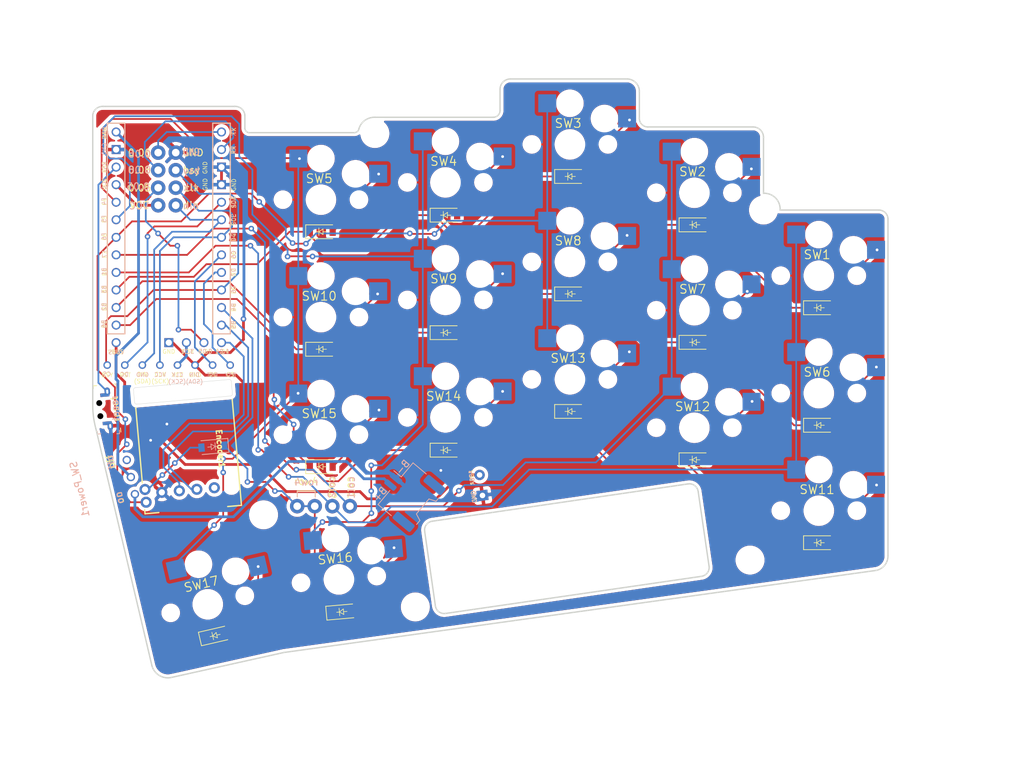
<source format=kicad_pcb>
(kicad_pcb (version 20211014) (generator pcbnew)
  (layers (0 "F.Cu" signal) (31 "B.Cu" signal) (34 "B.Paste" user) (35 "F.Paste" user) (36 "B.SilkS" user "B.Silkscreen") (37 "F.SilkS" user "F.Silkscreen") (38 "B.Mask" user) (39 "F.Mask" user) (44 "Edge.Cuts" user))
  (net 0 "")
  (net 1 "VBat")
  (net 2 "GND")
  (net 3 "row1")
  (net 4 "Net-(D1-Pad2)")
  (net 5 "Net-(D2-Pad2)")
  (net 6 "Net-(D3-Pad2)")
  (net 7 "Net-(D4-Pad2)")
  (net 8 "Net-(D5-Pad2)")
  (net 9 "row2")
  (net 10 "Net-(D6-Pad2)")
  (net 11 "Net-(D7-Pad2)")
  (net 12 "Net-(D8-Pad2)")
  (net 13 "Net-(D9-Pad2)")
  (net 14 "Net-(D10-Pad2)")
  (net 15 "row3")
  (net 16 "Net-(D11-Pad2)")
  (net 17 "Net-(D12-Pad2)")
  (net 18 "Net-(D13-Pad2)")
  (net 19 "Net-(D14-Pad2)")
  (net 20 "Net-(D15-Pad2)")
  (net 21 "row4")
  (net 22 "Net-(D16-Pad2)")
  (net 23 "Net-(D17-Pad2)")
  (net 24 "Net-(D18-Pad2)")
  (net 25 "bsy")
  (net 26 "clk")
  (net 27 "cs")
  (net 28 "dc")
  (net 29 "din")
  (net 30 "rst")
  (net 31 "VCC")
  (net 32 "encoder_a")
  (net 33 "encoder_b")
  (net 34 "col3")
  (net 35 "0.06")
  (net 36 "0.08")
  (net 37 "0.05")
  (net 38 "col2")
  (net 39 "col1")
  (net 40 "col4")
  (net 41 "col5")
  (net 43 "VRaw")
  (net 44 "reset")
  (net 45 "3.3V")
  (net 46 "VBus")
  (footprint "mylib:Diode" (layer "F.Cu") (at 151.8 55)
    (fp_text reference "D3" hide)
    (fp_text value "1N4148W" hide)
  )
  (footprint "mylib:Diode" (layer "F.Cu") (at 100.45 121.425 13)
    (fp_text reference "D17" hide)
    (fp_text value "1N4148W" hide)
  )
  (footprint "mylib:Kailh_Choc_Hotplug" (layer "F.Cu") (at 169.75457 57.36)
    (fp_text reference "SW2")
    (fp_text value "SW_PUSH-kbd" hide)
  )
  (footprint "mylib:Diode" (layer "F.Cu") (at 133.8 77.6)
    (fp_text reference "D9" hide)
    (fp_text value "1N4148W" hide)
  )
  (footprint "mylib:Kailh_Choc_Hotplug" (layer "F.Cu") (at 133.75457 72.86)
    (fp_text reference "SW9")
    (fp_text value "SW_PUSH-kbd" hide)
  )
  (footprint "mylib:Diode" (layer "F.Cu") (at 151.8 72)
    (fp_text reference "D8" hide)
    (fp_text value "1N4148W" hide)
  )
  (footprint "mylib:Diode" (layer "F.Cu") (at 115.8 63)
    (fp_text reference "D5" hide)
    (fp_text value "1N4148W" hide)
  )
  (footprint "mylib:Diode" (layer "F.Cu") (at 115.8 80)
    (fp_text reference "D10" hide)
    (fp_text value "1N4148W" hide)
  )
  (footprint "mylib:Diode" (layer "F.Cu") (at 133.8 60.6)
    (fp_text reference "D4" hide)
    (fp_text value "1N4148W" hide)
  )
  (footprint "mylib:Diode" (layer "F.Cu") (at 169.8 79)
    (fp_text reference "D7" hide)
    (fp_text value "1N4148W" hide)
  )
  (footprint "mylib:Diode" (layer "F.Cu") (at 115.8 97)
    (fp_text reference "D15" hide)
    (fp_text value "1N4148W" hide)
  )
  (footprint "MountingHole:MountingHole_3.2mm_M3_DIN965" (layer "F.Cu") (at 177.80457 110.51)
    (fp_text reference "H1" hide)
    (fp_text value "MountingHole")
  )
  (footprint "MountingHole:MountingHole_3.2mm_M3_DIN965" (layer "F.Cu") (at 179.75457 59.86)
    (fp_text reference "H4" hide)
    (fp_text value "MountingHole")
  )
  (footprint "MountingHole:MountingHole_3.2mm_M3_DIN965" (layer "F.Cu") (at 123.55457 48.785)
    (fp_text reference "H2" hide)
    (fp_text value "MountingHole")
  )
  (footprint "mylib:Kailh_Choc_Hotplug" (layer "F.Cu") (at 169.75457 91.36)
    (fp_text reference "SW12")
    (fp_text value "SW_PUSH-kbd" hide)
  )
  (footprint "mylib:Kailh_Choc_Hotplug" (layer "F.Cu") (at 133.75457 89.86)
    (fp_text reference "SW14")
    (fp_text value "SW_PUSH-kbd" hide)
  )
  (footprint "mylib:Kailh_Choc_Hotplug" (layer "F.Cu") (at 169.75457 74.36)
    (fp_text reference "SW7")
    (fp_text value "SW_PUSH-kbd" hide)
  )
  (footprint "mylib:Diode" (layer "F.Cu") (at 187.8 74)
    (fp_text reference "D1" hide)
    (fp_text value "1N4148W" hide)
  )
  (footprint "mylib:pogopin_1x4" (layer "F.Cu") (at 116.12957 102.71 180)
    (fp_text reference "J3" hide)
    (fp_text value "expantion1")
  )
  (footprint "mylib:Kailh_Choc_Hotplug" (layer "F.Cu") (at 133.75457 55.86)
    (fp_text reference "SW4")
    (fp_text value "SW_PUSH-kbd" hide)
  )
  (footprint "mylib:Kailh_Choc_Hotplug" (layer "F.Cu") (at 187.75457 86.36)
    (fp_text reference "SW6")
    (fp_text value "SW_PUSH-kbd" hide)
  )
  (footprint "mylib:Kailh_Choc_Hotplug" (layer "F.Cu") (at 99.387165 116.91 13)
    (fp_text reference "SW17")
    (fp_text value "SW_PUSH-kbd" hide)
  )
  (footprint "mylib:Diode" (layer "F.Cu") (at 187.8 108)
    (fp_text reference "D11" hide)
    (fp_text value "1N4148W" hide)
  )
  (footprint "mylib:Kailh_Choc_Hotplug" (layer "F.Cu") (at 151.75457 67.36)
    (fp_text reference "SW8")
    (fp_text value "SW_PUSH-kbd" hide)
  )
  (footprint "mylib:pogopin_1x4" (layer "F.Cu") (at 94.754568 55.36 90)
    (fp_text reference "J2" hide)
    (fp_text value "Conn_01x04_Female")
  )
  (footprint "mylib:Kailh_Choc_Hotplug" (layer "F.Cu") (at 151.75457 84.36)
    (fp_text reference "SW13")
    (fp_text value "SW_PUSH-kbd" hide)
  )
  (footprint "mylib:Diode" (layer "F.Cu") (at 169.8 96)
    (fp_text reference "D12" hide)
    (fp_text value "1N4148W" hide)
  )
  (footprint "mylib:Kailh_Choc_Hotplug" (layer "F.Cu") (at 187.75457 69.36)
    (fp_text reference "SW1")
    (fp_text value "SW_PUSH-kbd" hide)
  )
  (footprint "mylib:Diode" (layer "F.Cu") (at 118.775 118 5)
    (fp_text reference "D16" hide)
    (fp_text value "1N4148W" hide)
  )
  (footprint "MountingHole:MountingHole_3.2mm_M3_DIN965" (layer "F.Cu") (at 107.45457 103.96)
    (fp_text reference "H3" hide)
    (fp_text value "MountingHole")
  )
  (footprint "mylib:Kailh_Choc_Hotplug" (layer "F.Cu") (at 115.75457 58.36)
    (fp_text reference "SW5")
    (fp_text value "SW_PUSH-kbd" hide)
  )
  (footprint "mylib:Kailh_Choc_Hotplug" (layer "F.Cu") (at 115.75457 92.36)
    (fp_text reference "SW15")
    (fp_text value "SW_PUSH-kbd" hide)
  )
  (footprint "mylib:RollerEncoder_Panasonic_EVQWGD001" (layer "F.Cu") (at 96.05 94.775 95)
    (fp_text reference "Encoder1")
    (fp_text value "RotaryEncoder")
    (fp_line (start 9.8 7.3) (end 9.8 -6.3) (layer "Edge.Cuts") (width 0.05))
    (fp_line (start 7.4 -6.3) (end 7.4 7.3) (layer "Edge.Cuts") (width 0.05))
    (fp_line (start 9.5 -6.6) (end 7.7 -6.6) (layer "Edge.Cuts") (width 0.05))
    (fp_line (start 7.7 7.6) (end 9.5 7.6) (layer "Edge.Cuts") (width 0.05))
    (fp_arc (start 9.8 7.3) (mid 9.712132 7.512132) (end 9.5 7.6) (layer "Edge.Cuts") (width 0.05))
    (fp_arc (start 9.5 -6.6) (mid 9.712132 -6.512132) (end 9.8 -6.3) (layer "Edge.Cuts") (width 0.05))
    (fp_arc (start 7.7 7.6) (mid 7.487868 7.512132) (end 7.4 7.3) (layer "Edge.Cuts") (width 0.05))
    (fp_arc (start 7.4 -6.3) (mid 7.487868 -6.512132) (end 7.7 -6.6) (layer "Edge.Cuts") (width 0.05))
  )
  (footprint "mylib:Kailh_Choc_Hotplug" (layer "F.Cu") (at 118.34741 113.31 5)
    (fp_text reference "SW16")
    (fp_text value "SW_PUSH-kbd" hide)
  )
  (footprint "mylib:Conn_EPD" (layer "F.Cu") (at 93.754568 81.635)
    (fp_text reference "Display1" hide)
    (fp_text value "Conn_Display_general")
  )
  (footprint "mylib:VBus_pad_reversible" (layer "F.Cu") (at 138.90457 99.675 -82)
    (fp_text reference "WirelessCharger1" hide)
    (fp_text value "Conn_01x02_Female")
  )
  (footprint "mylib:Kailh_Choc_Hotplug" (layer "F.Cu") (at 115.75457 75.36)
    (fp_text reference "SW10")
    (fp_text value "SW_PUSH-kbd" hide)
  )
  (footprint "mylib:SW_Reset_vertical" (layer "F.Cu") (at 82.929568 88.81 95)
    (fp_text reference "SW_Reset1" hide)
    (fp_text value "SW_RESET-kbd")
  )
  (footprint "mylib:Kailh_Choc_Hotplug" (layer "F.Cu") (at 151.75457 50.36)
    (fp_text reference "SW3")
    (fp_text value "SW_PUSH-kbd" hide)
  )
  (footprint "mylib:Diode" (layer "F.Cu") (at 151.8 89)
    (fp_text reference "D13" hide)
    (fp_text value "1N4148W" hide)
  )
  (footprint "mylib:Diode" (layer "F.Cu") (at 133.8 94.6)
    (fp_text reference "D14" hide)
    (fp_text value "1N4148W" hide)
  )
  (footprint "MountingHole:MountingHole_3.2mm_M3_DIN965" (layer "F.Cu") (at 129.40457 117.29)
    (fp_text reference "H5" hide)
    (fp_text value "MountingHole")
  )
  (footprint "mylib:ProMacroLite_Partial" (layer "F.Cu") (at 93.754568 62.535)
    (fp_text reference "U1" hide)
    (fp_text value "ProMicro-kbd")
  )
  (footprint "mylib:pogopin_1x4" (layer "F.Cu") (at 92.214568 55.36 -90)
    (fp_text reference "J1" hide)
    (fp_text value "Conn_01x04_Female")
  )
  (footprint "mylib:Kailh_Choc_Hotplug" (layer "F.Cu") (at 187.75457 103.36)
    (fp_text reference "SW11")
    (fp_text value "SW_PUSH-kbd" hide)
  )
  (footprint "mylib:Diode" (layer "F.Cu") (at 169.8 62)
    (fp_text reference "D2" hide)
    (fp_text value "1N4148W" hide)
  )
  (footprint "mylib:Diode" (layer "F.Cu") (at 187.8 91)
    (fp_text reference "D6" hide)
    (fp_text value "1N4148W" hide)
  )
  (footprint "mylib:SW_BSI10" (layer "B.Cu") (at 85.054568 99.26 -76.6)
    (fp_text reference "SW_Power1")
    (fp_text value "SW_Battery-kbd")
  )
  (footprint "mylib:Diode" (layer "B.Cu") (at 100.125 94.1 -175)
    (fp_text reference "D18" hide)
    (fp_text value "1N4148W" hide)
  )
  (footprint "mylib:Molex_Panelmate_53780-0270_1x02-1MP_P1.25mm_Horizontal" (layer "B.Cu") (at 128.35 100.975 -130)
    (fp_text reference "Bat_main1" hide)
    (fp_text value "Conn_Battery_solderable")
  )
  (gr_line (start 161.804568 42.685) (end 161.804568 46.585) (layer "Edge.Cuts") (width 0.2))
  (gr_arc (start 141.654763 42.369587) (mid 142.098262 41.319203) (end 143.154568 40.89) (layer "Edge.Cuts") (width 0.2))
  (gr_arc (start 160.109568 40.89) (mid 161.31463 41.449858) (end 161.804568 42.685) (layer "Edge.Cuts") (width 0.2))
  (gr_line (start 131.854568 104.885) (end 168.854568 99.485) (layer "Edge.Cuts") (width 0.2))
  (gr_arc (start 141.654567 45.434997) (mid 141.386675 46.13175) (end 140.704568 46.435) (layer "Edge.Cuts") (width 0.2))
  (gr_line (start 132.304568 117.135) (end 130.753568 106.335) (layer "Edge.Cuts") (width 0.2))
  (gr_line (start 143.154568 40.89) (end 160.109568 40.89) (layer "Edge.Cuts") (width 0.2))
  (gr_line (start 133.754568 118.236) (end 170.778568 112.861) (layer "Edge.Cuts") (width 0.2))
  (gr_line (start 105.330568 48.66) (end 120.604568 48.66) (layer "Edge.Cuts") (width 0.2))
  (gr_arc (start 197.754552 109.860016) (mid 197.311389 111.217081) (end 196.114368 111.995) (layer "Edge.Cuts") (width 0.2))
  (gr_line (start 103.254568 44.86) (end 84.254568 44.86) (layer "Edge.Cuts") (width 0.2))
  (gr_line (start 170.304568 100.5864) (end 171.880568 111.411) (layer "Edge.Cuts") (width 0.2))
  (gr_line (start 197.754568 61.135) (end 197.754568 109.86) (layer "Edge.Cuts") (width 0.2))
  (gr_line (start 83.204568 91.485) (end 91.314568 125.805) (layer "Edge.Cuts") (width 0.2))
  (gr_line (start 141.654568 45.435) (end 141.654568 42.3696) (layer "Edge.Cuts") (width 0.2))
  (gr_line (start 82.754568 88.36) (end 82.754568 46.11) (layer "Edge.Cuts") (width 0.2))
  (gr_arc (start 121.249454 48.084235) (mid 121.028754 48.486075) (end 120.604568 48.66) (layer "Edge.Cuts") (width 0.2))
  (gr_arc (start 168.854568 99.485) (mid 169.807615 99.735474) (end 170.304568 100.5864) (layer "Edge.Cuts") (width 0.2))
  (gr_arc (start 83.204568 91.485) (mid 82.884522 89.936187) (end 82.754568 88.36) (layer "Edge.Cuts") (width 0.2))
  (gr_arc (start 179.754673 57.434977) (mid 181.497031 58.110698) (end 182.154568 59.86) (layer "Edge.Cuts") (width 0.2))
  (gr_arc (start 105.330568 48.66) (mid 104.93213 48.449279) (end 104.754568 48.035) (layer "Edge.Cuts") (width 0.2))
  (gr_line (start 179.754568 49.335) (end 179.754568 57.435) (layer "Edge.Cuts") (width 0.2))
  (gr_arc (start 130.753568 106.335) (mid 131.003627 105.381872) (end 131.854568 104.885) (layer "Edge.Cuts") (width 0.2))
  (gr_arc (start 163.004569 47.834995) (mid 162.145688 47.458525) (end 161.804573 46.585) (layer "Edge.Cuts") (width 0.2))
  (gr_arc (start 178.254568 47.835) (mid 179.315228 48.27434) (end 179.754568 49.335) (layer "Edge.Cuts") (width 0.2))
  (gr_arc (start 103.254568 44.86) (mid 104.25547 45.183917) (end 104.754568 46.11) (layer "Edge.Cuts") (width 0.2))
  (gr_line (start 163.004568 47.835) (end 178.254568 47.835) (layer "Edge.Cuts") (width 0.2))
  (gr_arc (start 171.880568 111.411) (mid 171.629833 112.364201) (end 170.778568 112.861) (layer "Edge.Cuts") (width 0.2))
  (gr_line (start 123.554568 46.435) (end 140.704568 46.435) (layer "Edge.Cuts") (width 0.2))
  (gr_arc (start 82.754568 46.11) (mid 83.257743 45.18881) (end 84.254568 44.86) (layer "Edge.Cuts") (width 0.2))
  (gr_line (start 104.754568 48.035) (end 104.754568 46.11) (layer "Edge.Cuts") (width 0.2))
  (gr_arc (start 94.074568 127.505) (mid 92.361793 127.19527) (end 91.314568 125.805) (layer "Edge.Cuts") (width 0.2))
  (gr_line (start 182.154568 59.86) (end 196.404568 59.86) (layer "Edge.Cuts") (width 0.2))
  (gr_line (start 110.379568 123.885) (end 196.114368 111.995) (layer "Edge.Cuts") (width 0.2))
  (gr_line (start 110.379568 123.885) (end 94.074568 127.505) (layer "Edge.Cuts") (width 0.2))
  (gr_arc (start 121.249454 48.084235) (mid 122.122685 46.869208) (end 123.554568 46.435) (layer "Edge.Cuts") (width 0.2))
  (gr_arc (start 196.404568 59.86) (mid 197.34363 60.217905) (end 197.754568 61.135) (layer "Edge.Cuts") (width 0.2))
  (gr_arc (start 133.754568 118.236) (mid 132.801447 117.985931) (end 132.304568 117.135) (layer "Edge.Cuts") (width 0.2))
  (segment (start 90 104.25) (end 88.853368 103.103368) (width 0.4) (layer "B.Cu") (net 1))
  (segment (start 88.853368 103.103368) (end 88.853368 100.966083) (width 0.4) (layer "B.Cu") (net 1))
  (segment (start 103.1 104.25) (end 90 104.25) (width 0.4) (layer "B.Cu") (net 1))
  (segment (start 125.803333 99.653972) (end 124.899361 98.75) (width 0.4) (layer "B.Cu") (net 1))
  (segment (start 121.975 98.75) (end 119.475 96.25) (width 0.4) (layer "B.Cu") (net 1))
  (segment (start 119.475 96.25) (end 111.1 96.25) (width 0.4) (layer "B.Cu") (net 1))
  (segment (start 124.899361 98.75) (end 121.975 98.75) (width 0.4) (layer "B.Cu") (net 1))
  (segment (start 111.1 96.25) (end 103.1 104.25) (width 0.4) (layer "B.Cu") (net 1))
  (segment (start 87.388102 91.113102) (end 89.375 93.1) (width 0.4) (layer "F.Cu") (net 2))
  (segment (start 99.361568 80.48) (end 97.546568 82.295) (width 0.4) (layer "F.Cu") (net 2))
  (segment (start 97.07 51.55) (end 94.754568 51.55) (width 0.4) (layer "F.Cu") (net 2))
  (segment (start 103.48 83.75) (end 104.5 84.77) (width 0.4) (layer "F.Cu") (net 2))
  (segment (start 93.11 49.31) (end 94.754568 50.954568) (width 0.4) (layer "F.Cu") (net 2))
  (segment (start 89.375 93.1) (end 89.375 96.35) (width 0.4) (layer "F.Cu") (net 2))
  (segment (start 91.125 93.175) (end 91.05 93.1) (width 0.4) (layer "F.Cu") (net 2))
  (segment (start 92.744749 99.719749) (end 92.744749 100.710659) (width 0.4) (layer "F.Cu") (net 2))
  (segment (start 104.5 87.775) (end 101.45 90.825) (width 0.4) (layer "F.Cu") (net 2))
  (segment (start 89.425 51.105) (end 91.22 49.31) (width 0.4) (layer "F.Cu") (net 2))
  (segment (start 101.374568 53.645) (end 101.374568 56.185) (width 0.4) (layer "F.Cu") (net 2))
  (segment (start 91.22 49.31) (end 93.11 49.31) (width 0.4) (layer "F.Cu") (net 2))
  (segment (start 86.134568 51.105) (end 89.425 51.105) (width 0.4) (layer "F.Cu") (net 2))
  (segment (start 104.5 84.77) (end 104.5 87.775) (width 0.4) (layer "F.Cu") (net 2))
  (segment (start 94.754568 50.954568) (end 94.754568 51.55) (width 0.4) (layer "F.Cu") (net 2))
  (segment (start 97.546568 82.295) (end 99.001568 83.75) (width 0.4) (layer "F.Cu") (net 2))
  (segment (start 93.754568 79.045) (end 94.296568 79.045) (width 0.4) (layer "F.Cu") (net 2))
  (segment (start 99.165 53.645) (end 97.07 51.55) (width 0.4) (layer "F.Cu") (net 2))
  (segment (start 94.296568 79.045) (end 97.546568 82.295) (width 0.4) (layer "F.Cu") (net 2))
  (segment (start 104.55 78.58) (end 102.65 80.48) (width 0.4) (layer "F.Cu") (net 2))
  (segment (start 102.65 80.48) (end 99.361568 80.48) (width 0.4) (layer "F.Cu") (net 2))
  (segment (start 99.001568 83.75) (end 103.48 83.75) (width 0.4) (layer "F.Cu") (net 2))
  (segment (start 101.45 90.825) (end 93.475 90.825) (width 0.4) (layer "F.Cu") (net 2))
  (segment (start 91.05 93.1) (end 89.375 93.1) (width 0.4) (layer "F.Cu") (net 2))
  (segment (start 104.55 75.62) (end 104.55 78.58) (width 0.4) (layer "F.Cu") (net 2))
  (segment (start 101.374568 53.645) (end 99.165 53.645) (width 0.4) (layer "F.Cu") (net 2))
  (segment (start 85.289276 91.113102) (end 87.388102 91.113102) (width 0.4) (layer "F.Cu") (net 2))
  (segment (start 89.375 96.35) (end 92.744749 99.719749) (width 0.4) (layer "F.Cu") (net 2))
  (via (at 133.096 97.536) (size 0.8) (drill 0.4) (layers "F.Cu" "B.Cu") (net 2))
  (via (at 104.55 75.62) (size 0.8) (drill 0.4) (layers "F.Cu" "B.Cu") (net 2))
  (via (at 91.125 93.175) (size 0.8) (drill 0.4) (layers "F.Cu" "B.Cu") (net 2))
  (via (at 93.475 90.825) (size 0.8) (drill 0.4) (layers "F.Cu" "B.Cu") (net 2))
  (segment (start 126.606818 98.696417) (end 125.860401 97.95) (width 0.4) (layer "B.Cu") (net 2))
  (segment (start 126.606818 98.696417) (end 129.780803 101.870402) (width 0.4) (layer "B.Cu") (net 2))
  (segment (start 93.475 90.825) (end 91.125 93.175) (width 0.4) (layer "B.Cu") (net 2))
  (segment (start 125.860401 97.95) (end 122.3 97.95) (width 0.4) (layer "B.Cu") (net 2))
  (segment (start 119.775 95.425) (end 110.75 95.425) (width 0.4) (layer "B.Cu") (net 2))
  (segment (start 104.62 56.890432) (end 104.62 75.69) (width 0.4) (layer "B.Cu") (net 2))
  (segment (start 138.40333 101.870402) (end 139.11333 101.160402) (width 0.4) (layer "B.Cu") (net 2))
  (segment (start 102.95 103.225) (end 95.25909 103.225) (width 0.4) (layer "B.Cu") (net 2))
  (segment (start 122.3 97.95) (end 119.775 95.425) (width 0.4) (layer "B.Cu") (net 2))
  (segment (start 101.374568 53.645) (end 104.62 56.890432) (width 0.4) (layer "B.Cu") (net 2))
  (segment (start 104.62 75.69) (end 104.55 75.62) (width 0.4) (layer "B.Cu") (net 2))
  (segment (start 95.25909 103.225) (end 92.744749 100.710659) (width 0.4) (layer "B.Cu") (net 2))
  (segment (start 129.780803 101.870402) (end 138.40333 101.870402) (width 0.4) (layer "B.Cu") (net 2))
  (segment (start 110.75 95.425) (end 102.95 103.225) (width 0.4) (layer "B.Cu") (net 2))
  (segment (start 160.3 59.375) (end 154.65 59.375) (width 0.25) (layer "F.Cu") (net 3))
  (segment (start 116.25 65.65) (end 114.15 63.55) (width 0.25) (layer "F.Cu") (net 3))
  (segment (start 186.15 74) (end 183.875 74) (width 0.25) (layer "F.Cu") (net 3))
  (segment (start 99.2 67.69) (end 106.52 67.69) (width 0.25) (layer "F.Cu") (net 3))
  (segment (start 132.15 60.6) (end 127.25 60.6) (width 0.25) (layer "F.Cu") (net 3))
  (segment (start 162.925 62) (end 160.3 59.375) (width 0.25) (layer "F.Cu") (net 3))
  (segment (start 150.15 55) (end 145.625 55) (width 0.25) (layer "F.Cu") (net 3))
  (segment (start 145.625 55) (end 137.75 62.875) (width 0.25) (layer "F.Cu") (net 3))
  (segment (start 106.52 67.69) (end 111.21 63) (width 0.25) (layer "F.Cu") (net 3))
  (segment (start 183.875 74) (end 176.025 66.15) (width 0.25) (layer "F.Cu") (net 3))
  (segment (start 172.3 66.15) (end 168.15 62) (width 0.25) (layer "F.Cu") (net 3))
  (segment (start 154.65 59.375) (end 150.275 55) (width 0.25) (layer "F.Cu") (net 3))
  (segment (start 88.039568 69.52) (end 97.37 69.52) (width 0.25) (layer "F.Cu") (net 3))
  (segment (start 127.25 60.6) (end 122.2 65.65) (width 0.25) (layer "F.Cu") (net 3))
  (segment (start 122.2 65.65) (end 116.25 65.65) (width 0.25) (layer "F.Cu") (net 3))
  (segment (start 168.15 62) (end 162.925 62) (width 0.25) (layer "F.Cu") (net 3))
  (segment (start 150.275 55) (end 150.15 55) (width 0.25) (layer "F.Cu") (net 3))
  (segment (start 97.37 69.52) (end 99.2 67.69) (width 0.25) (layer "F.Cu") (net 3))
  (segment (start 137.75 62.875) (end 134.425 62.875) (width 0.25) (layer "F.Cu") (net 3))
  (segment (start 134.425 62.875) (end 132.15 60.6) (width 0.25) (layer "F.Cu") (net 3))
  (segment (start 114.15 63.55) (end 114.15 63) (width 0.25) (layer "F.Cu") (net 3))
  (segment (start 176.025 66.15) (end 172.3 66.15) (width 0.25) (layer "F.Cu") (net 3))
  (segment (start 86.134568 71.425) (end 88.039568 69.52) (width 0.25) (layer "F.Cu") (net 3))
  (segment (start 111.21 63) (end 114.15 63) (width 0.25) (layer "F.Cu") (net 3))
  (segment (start 192.325 67.85) (end 190.975 69.2) (width 0.25) (layer "F.Cu") (net 4))
  (segment (start 190.975 72.475) (end 189.45 74) (width 0.25) (layer "F.Cu") (net 4))
  (segment (start 190.975 69.2) (end 190.975 72.475) (width 0.25) (layer "F.Cu") (net 4))
  (segment (start 193.95 67.85) (end 192.325 67.85) (width 0.25) (layer "F.Cu") (net 4))
  (segment (start 196.175 65.625) (end 193.95 67.85) (width 0.25) (layer "F.Cu") (net 4))
  (via (at 196.175 65.625) (size 0.8) (drill 0.4) (layers "F.Cu" "B.Cu") (net 4))
  (segment (start 196.16 65.61) (end 196.175 65.625) (width 0.25) (layer "B.Cu") (net 4))
  (segment (start 196.02957 65.61) (end 196.16 65.61) (width 0.25) (layer "B.Cu") (net 4))
  (segment (start 173.825 55.775) (end 172.65 56.95) (width 0.25) (layer "F.Cu") (net 5))
  (segment (start 172.65 60.8) (end 171.45 62) (width 0.25) (layer "F.Cu") (net 5))
  (segment (start 172.65 56.95) (end 172.65 60.8) (width 0.25) (layer "F.Cu") (net 5))
  (segment (start 178 53.9) (end 176.125 55.775) (width 0.25) (layer "F.Cu") (net 5))
  (segment (start 176.125 55.775) (end 173.825 55.775) (width 0.25) (layer "F.Cu") (net 5))
  (via (at 178 53.9) (size 0.8) (drill 0.4) (layers "F.Cu" "B.Cu") (net 5))
  (segment (start 178.02957 53.61) (end 178.02957 53.87043) (width 0.4) (layer "B.Cu") (net 5))
  (segment (start 178.02957 53.87043) (end 178 53.9) (width 0.4) (layer "B.Cu") (net 5))
  (segment (start 156.075 48.8) (end 154.625 50.25) (width 0.25) (layer "F.Cu") (net 6))
  (segment (start 158.4 48.8) (end 156.075 48.8) (width 0.25) (layer "F.Cu") (net 6))
  (segment (start 154.625 50.25) (end 154.625 53.825) (width 0.25) (layer "F.Cu") (net 6))
  (segment (start 160.375 46.825) (end 158.4 48.8) (width 0.25) (layer "F.Cu") (net 6))
  (segment (start 154.625 53.825) (end 153.45 55) (width 0.25) (layer "F.Cu") (net 6))
  (via (at 160.375 46.825) (size 0.8) (drill 0.4) (layers "F.Cu" "B.Cu") (net 6))
  (segment (start 160.16 46.61) (end 160.375 46.825) (width 0.4) (layer "B.Cu") (net 6))
  (segment (start 160.02957 46.61) (end 160.16 46.61) (width 0.4) (layer "B.Cu") (net 6))
  (segment (start 136.4 55.775) (end 136.4 59.65) (width 0.25) (layer "F.Cu") (net 7))
  (segment (start 136.4 59.65) (end 135.45 60.6) (width 0.25) (layer "F.Cu") (net 7))
  (segment (start 142.025 52.125) (end 139.825 54.325) (width 0.25) (layer "F.Cu") (net 7))
  (segment (start 139.825 54.325) (end 137.85 54.325) (width 0.25) (layer "F.Cu") (net 7))
  (segment (start 137.85 54.325) (end 136.4 55.775) (width 0.25) (layer "F.Cu") (net 7))
  (via (at 142.025 52.125) (size 0.8) (drill 0.4) (layers "F.Cu" "B.Cu") (net 7))
  (segment (start 142.02957 52.12043) (end 142.025 52.125) (width 0.4) (layer "B.Cu") (net 7))
  (segment (start 142.02957 52.11) (end 142.02957 52.12043) (width 0.4) (layer "B.Cu") (net 7))
  (segment (start 124.1 54.65) (end 121.975 56.775) (width 0.25) (layer "F.Cu") (net 8))
  (segment (start 118.875 58.075) (end 118.875 61.575) (width 0.25) (layer "F.Cu") (net 8))
  (segment (start 118.875 61.575) (end 117.45 63) (width 0.25) (layer "F.Cu") (net 8))
  (segment (start 121.975 56.775) (end 120.175 56.775) (width 0.25) (layer "F.Cu") (net 8))
  (segment (start 120.175 56.775) (end 118.875 58.075) (width 0.25) (layer "F.Cu") (net 8))
  (via (at 124.1 54.65) (size 0.8) (drill 0.4) (layers "F.Cu" "B.Cu") (net 8))
  (segment (start 124.06 54.61) (end 124.1 54.65) (width 0.4) (layer "B.Cu") (net 8))
  (segment (start 124.02957 54.61) (end 124.06 54.61) (width 0.4) (layer "B.Cu") (net 8))
  (segment (start 151.1 72) (end 150.15 72) (width 0.25) (layer "F.Cu") (net 9))
  (segment (start 184.175 91) (end 176.075 82.9) (width 0.25) (layer "F.Cu") (net 9))
  (segment (start 168.15 79) (end 162.475 79) (width 0.25) (layer "F.Cu") (net 9))
  (segment (start 121.525 82.5) (end 116.65 82.5) (width 0.25) (layer "F.Cu") (net 9))
  (segment (start 126.425 77.6) (end 121.525 82.5) (width 0.25) (layer "F.Cu") (net 9))
  (segment (start 155.7 76.6) (end 151.1 72) (width 0.25) (layer "F.Cu") (net 9))
  (segment (start 116.65 82.5) (end 114.15 80) (width 0.25) (layer "F.Cu") (net 9))
  (segment (start 132.15 77.6) (end 126.425 77.6) (width 0.25) (layer "F.Cu") (net 9))
  (segment (start 133.5 79.75) (end 132.15 78.4) (width 0.25) (layer "F.Cu") (net 9))
  (segment (start 137.525 79.75) (end 133.5 79.75) (width 0.25) (layer "F.Cu") (net 9))
  (segment (start 86.134568 73.965) (end 89.939568 70.16) (width 0.25) (layer "F.Cu") (net 9))
  (segment (start 102.37 70.16) (end 112.21 80) (width 0.25) (layer "F.Cu") (net 9))
  (segment (start 89.939568 70.16) (end 102.37 70.16) (width 0.25) (layer "F.Cu") (net 9))
  (segment (start 150.15 72) (end 145.275 72) (width 0.25) (layer "F.Cu") (net 9))
  (segment (start 172.05 82.9) (end 168.15 79) (width 0.25) (layer "F.Cu") (net 9))
  (segment (start 112.21 80) (end 114.15 80) (width 0.25) (layer "F.Cu") (net 9))
  (segment (start 162.475 79) (end 160.075 76.6) (width 0.25) (layer "F.Cu") (net 9))
  (segment (start 186.15 91) (end 184.175 91) (width 0.25) (layer "F.Cu") (net 9))
  (segment (start 176.075 82.9) (end 172.05 82.9) (width 0.25) (layer "F.Cu") (net 9))
  (segment (start 160.075 76.6) (end 155.7 76.6) (width 0.25) (layer "F.Cu") (net 9))
  (segment (start 145.275 72) (end 137.525 79.75) (width 0.25) (layer "F.Cu") (net 9))
  (segment (start 132.15 78.4) (end 132.15 77.6) (width 0.25) (layer "F.Cu") (net 9))
  (segment (start 193.85 84.8) (end 192.65 84.8) (width 0.25) (layer "F.Cu") (net 10))
  (segment (start 190.875 89.575) (end 189.45 91) (width 0.25) (layer "F.Cu") (net 10))
  (segment (start 192.65 84.8) (end 190.875 86.575) (width 0.25) (layer "F.Cu") (net 10))
  (segment (start 190.875 86.575) (end 190.875 89.575) (width 0.25) (layer "F.Cu") (net 10))
  (segment (start 196.075 82.575) (end 193.85 84.8) (width 0.25) (layer "F.Cu") (net 10))
  (via (at 196.075 82.575) (size 0.8) (drill 0.4) (layers "F.Cu" "B.Cu") (net 10))
  (segment (start 196.04 82.61) (end 196.075 82.575) (width 0.4) (layer "B.Cu") (net 10))
  (segment (start 196.02957 82.61) (end 196.04 82.61) (width 0.4) (layer "B.Cu") (net 10))
  (segment (start 173.85 72.825) (end 176.2 72.825) (width 0.25) (layer "F.Cu") (net 11))
  (segment (start 171.45 79) (end 172.6 77.85) (width 0.25) (layer "F.Cu") (net 11))
  (segment (start 172.6 77.85) (end 172.6 74.075) (width 0.25) (layer "F.Cu") (net 11))
  (segment (start 176.2 72.825) (end 177.397973 71.627027) (width 0.25) (layer "F.Cu") (net 11))
  (segment (start 172.6 74.075) (end 173.85 72.825) (width 0.25) (layer "F.Cu") (net 11))
  (via (at 177.397973 71.627027) (size 0.8) (drill 0.4) (layers "F.Cu" "B.Cu") (net 11))
  (segment (start 178.02957 70.99543) (end 177.397973 71.627027) (width 0.4) (layer "B.Cu") (net 11))
  (segment (start 178.02957 70.61) (end 178.02957 70.99543) (width 0.4) (layer "B.Cu") (net 11))
  (segment (start 160.025 63.525) (end 157.725 65.825) (width 0.25) (layer "F.Cu") (net 12))
  (segment (start 156.25 65.825) (end 154.8 67.275) (width 0.25) (layer "F.Cu") (net 12))
  (segment (start 154.8 70.65) (end 153.45 72) (width 0.25) (layer "F.Cu") (net 12))
  (segment (start 154.8 67.275) (end 154.8 70.65) (width 0.25) (layer "F.Cu") (net 12))
  (segment (start 157.725 65.825) (end 156.25 65.825) (width 0.25) (layer "F.Cu") (net 12))
  (via (at 160.025 63.525) (size 0.8) (drill 0.4) (layers "F.Cu" "B.Cu") (net 12))
  (segment (start 160.02957 63.52957) (end 160.025 63.525) (width 0.4) (layer "B.Cu") (net 12))
  (segment (start 160.02957 63.61) (end 160.02957 63.52957) (width 0.4) (layer "B.Cu") (net 12))
  (segment (start 136.575 76.475) (end 135.45 77.6) (width 0.25) (layer "F.Cu") (net 13))
  (segment (start 139.8 71.3) (end 137.7 71.3) (width 0.25) (layer "F.Cu") (net 13))
  (segment (start 142.025 69.075) (end 139.8 71.3) (width 0.25) (layer "F.Cu") (net 13))
  (segment (start 136.575 72.425) (end 136.575 76.475) (width 0.25) (layer "F.Cu") (net 13))
  (segment (start 137.7 71.3) (end 136.575 72.425) (width 0.25) (layer "F.Cu") (net 13))
  (via (at 142.025 69.075) (size 0.8) (drill 0.4) (layers "F.Cu" "B.Cu") (net 13))
  (segment (start 142.02957 69.11) (end 142.02957 69.07957) (width 0.4) (layer "B.Cu") (net 13))
  (segment (start 142.02957 69.07957) (end 142.025 69.075) (width 0.4) (layer "B.Cu") (net 13))
  (segment (start 123.95 72) (end 122.075 73.875) (width 0.25) (layer "F.Cu") (net 14))
  (segment (start 122.075 73.875) (end 120.025 73.875) (width 0.25) (layer "F.Cu") (net 14))
  (segment (start 118.8 78.65) (end 117.45 80) (width 0.25) (layer "F.Cu") (net 14))
  (segment (start 118.8 75.1) (end 118.8 78.65) (width 0.25) (layer "F.Cu") (net 14))
  (segment (start 120.025 73.875) (end 118.8 75.1) (width 0.25) (layer "F.Cu") (net 14))
  (via (at 123.95 72) (size 0.8) (drill 0.4) (layers "F.Cu" "B.Cu") (net 14))
  (segment (start 124.02957 71.61) (end 124.02957 71.92043) (width 0.4) (layer "B.Cu") (net 14))
  (segment (start 124.02957 71.92043) (end 123.95 72) (width 0.4) (layer "B.Cu") (net 14))
  (segment (start 146.35 89) (end 139 96.35) (width 0.25) (layer "F.Cu") (net 15))
  (segment (start 132.15 94.6) (end 122.775 94.6) (width 0.25) (layer "F.Cu") (net 15))
  (segment (start 184.25 106.1) (end 178.25 106.1) (width 0.25) (layer "F.Cu") (net 15))
  (segment (start 116.25 99.1) (end 114.15 97) (width 0.25) (layer "F.Cu") (net 15))
  (segment (start 150.15 89) (end 146.35 89) (width 0.25) (layer "F.Cu") (net 15))
  (segment (start 111.81 90.88) (end 111.81 94.66) (width 0.25) (layer "F.Cu") (net 15))
  (segment (start 133.9 96.35) (end 132.15 94.6) (width 0.25) (layer "F.Cu") (net 15))
  (segment (start 122.775 94.6) (end 118.275 99.1) (width 0.25) (layer "F.Cu") (net 15))
  (segment (start 111.81 94.66) (end 114.15 97) (width 0.25) (layer "F.Cu") (net 15))
  (segment (start 91.94 72.73) (end 103.6 72.73) (width 0.25) (layer "F.Cu") (net 15))
  (segment (start 186.15 108) (end 184.25 106.1) (width 0.25) (layer "F.Cu") (net 15))
  (segment (start 108.92 78.05) (end 108.92 87.18) (width 0.25) (layer "F.Cu") (net 15))
  (segment (start 108.92 87.18) (end 109.02 87.28) (width 0.25) (layer "F.Cu") (net 15))
  (segment (start 88.165 76.505) (end 91.94 72.73) (width 0.25) (layer "F.Cu") (net 15))
  (segment (start 168.15 96) (end 157.15 96) (width 0.25) (layer "F.Cu") (net 15))
  (segment (start 178.25 106.1) (end 168.15 96) (width 0.25) (layer "F.Cu") (net 15))
  (segment (start 86.134568 76.505) (end 88.165 76.505) (width 0.25) (layer "F.Cu") (net 15))
  (segment (start 118.275 99.1) (end 116.25 99.1) (width 0.25) (layer "F.Cu") (net 15))
  (segment (start 157.15 96) (end 150.15 89) (width 0.25) (layer "F.Cu") (net 15))
  (segment (start 103.6 72.73) (end 108.92 78.05) (width 0.25) (layer "F.Cu") (net 15))
  (segment (start 139 96.35) (end 133.9 96.35) (width 0.25) (layer "F.Cu") (net 15))
  (via (at 109.02 87.28) (size 0.8) (drill 0.4) (layers "F.Cu" "B.Cu") (net 15))
  (via (at 111.81 90.88) (size 0.8) (drill 0.4) (layers "F.Cu" "B.Cu") (net 15))
  (segment (start 109.02 87.28) (end 109.02 88.09) (width 0.25) (layer "B.Cu") (net 15))
  (segment (start 109.02 88.09) (end 111.81 90.88) (width 0.25) (layer "B.Cu") (net 15))
  (segment (start 190.95 103.175) (end 190.95 106.5) (width 0.25) (layer "F.Cu") (net 16))
  (segment (start 190.95 106.5) (end 189.45 108) (width 0.25) (layer "F.Cu") (net 16))
  (segment (start 192.25 101.875) (end 190.95 103.175) (width 0.25) (layer "F.Cu") (net 16))
  (segment (start 193.875 101.875) (end 192.25 101.875) (width 0.25) (layer "F.Cu") (net 16))
  (segment (start 196.1 99.65) (end 193.875 101.875) (width 0.25) (layer "F.Cu") (net 16))
  (via (at 196.1 99.65) (size 0.8) (drill 0.4) (layers "F.Cu" "B.Cu") (net 16))
  (segment (start 196.02957 99.61) (end 196.06 99.61) (width 0.4) (layer "B.Cu") (net 16))
  (segment (start 196.06 99.61) (end 196.1 99.65) (width 0.4) (layer "B.Cu") (net 16))
  (segment (start 172.875 94.575) (end 171.45 96) (width 0.25) (layer "F.Cu") (net 17))
  (segment (start 172.875 91.175) (end 172.875 94.575) (width 0.25) (layer "F.Cu") (net 17))
  (segment (start 174.225 89.825) (end 172.875 91.175) (width 0.25) (layer "F.Cu") (net 17))
  (segment (start 175.825 89.825) (end 174.225 89.825) (width 0.25) (layer "F.Cu") (net 17))
  (segment (start 178.1 87.55) (end 175.825 89.825) (width 0.25) (layer "F.Cu") (net 17))
  (via (at 178.1 87.55) (size 0.8) (drill 0.4) (layers "F.Cu" "B.Cu") (net 17))
  (segment (start 178.02957 87.61) (end 178.04 87.61) (width 0.4) (layer "B.Cu") (net 17))
  (segment (start 178.04 87.61) (end 178.1 87.55) (width 0.4) (layer "B.Cu") (net 17))
  (segment (start 154.675 84.1) (end 154.675 87.775) (width 0.25) (layer "F.Cu") (net 18))
  (segment (start 160.35 80.375) (end 157.875 82.85) (width 0.25) (layer "F.Cu") (net 18))
  (segment (start 157.875 82.85) (end 155.925 82.85) (width 0.25) (layer "F.Cu") (net 18))
  (segment (start 155.925 82.85) (end 154.675 84.1) (width 0.25) (layer "F.Cu") (net 18))
  (segment (start 154.675 87.775) (end 153.45 89) (width 0.25) (layer "F.Cu") (net 18))
  (via (at 160.35 80.375) (size 0.8) (drill 0.4) (layers "F.Cu" "B.Cu") (net 18))
  (segment (start 160.02957 80.61) (end 160.115 80.61) (width 0.4) (layer "B.Cu") (net 18))
  (segment (start 160.115 80.61) (end 160.35 80.375) (width 0.4) (layer "B.Cu") (net 18))
  (segment (start 139.825 88.3) (end 137.625 88.3) (width 0.25) (layer "F.Cu") (net 19))
  (segment (start 136.475 89.45) (end 136.475 93.575) (width 0.25) (layer "F.Cu") (net 19))
  (segment (start 142.025 86.1) (end 139.825 88.3) (width 0.25) (layer "F.Cu") (net 19))
  (segment (start 137.625 88.3) (end 136.475 89.45) (width 0.25) (layer "F.Cu") (net 19))
  (segment (start 136.475 93.575) (end 135.45 94.6) (width 0.25) (layer "F.Cu") (net 19))
  (via (at 142.025 86.1) (size 0.8) (drill 0.4) (layers "F.Cu" "B.Cu") (net 19))
  (segment (start 142.02957 86.10457) (end 142.025 86.1) (width 0.4) (layer "B.Cu") (net 19))
  (segment (start 142.02957 86.11) (end 142.02957 86.10457) (width 0.4) (layer "B.Cu") (net 19))
  (segment (start 118.775 95.675) (end 117.45 97) (width 0.25) (layer "F.Cu") (net 20))
  (segment (start 119.875 90.8) (end 118.775 91.9) (width 0.25) (layer "F.Cu") (net 20))
  (segment (start 124.15 88.8) (end 122.15 90.8) (width 0.25) (layer "F.Cu") (net 20))
  (segment (start 118.775 91.9) (end 118.775 95.675) (width 0.25) (layer "F.Cu") (net 20))
  (segment (start 122.15 90.8) (end 119.875 90.8) (width 0.25) (layer "F.Cu") (net 20))
  (via (at 124.15 88.8) (size 0.8) (drill 0.4) (layers "F.Cu" "B.Cu") (net 20))
  (segment (start 124.02957 88.67957) (end 124.15 88.8) (width 0.4) (layer "B.Cu") (net 20))
  (segment (start 124.02957 88.61) (end 124.02957 88.67957) (width 0.4) (layer "B.Cu") (net 20))
  (segment (start 117.131279 118.143807) (end 114.85957 115.872098) (width 0.25) (layer "F.Cu") (net 21))
  (segment (start 98.842289 121.796169) (end 99.69612 122.65) (width 0.25) (layer "F.Cu") (net 21))
  (segment (start 109.1 100.525) (end 107.775 99.2) (width 0.25) (layer "F.Cu") (net 21))
  (segment (start 114.85957 115.65957) (end 114.85957 102.71) (width 0.25) (layer "F.Cu") (net 21))
  (segment (start 114.85957 115.872098) (end 114.85957 115.65957) (width 0.25) (layer "F.Cu") (net 21))
  (segment (start 111.831193 118.143807) (end 117.131279 118.143807) (width 0.25) (layer "F.Cu") (net 21))
  (segment (start 107.325 122.65) (end 111.831193 118.143807) (width 0.25) (layer "F.Cu") (net 21))
  (segment (start 107.775 99.2) (end 105.125 99.2) (width 0.25) (layer "F.Cu") (net 21))
  (segment (start 99.69612 122.65) (end 107.325 122.65) (width 0.25) (layer "F.Cu") (net 21))
  (via (at 109.1 100.525) (size 0.8) (drill 0.4) (layers "F.Cu" "B.Cu") (net 21))
  (via (at 105.125 99.2) (size 0.8) (drill 0.4) (layers "F.Cu" "B.Cu") (net 21))
  (segment (start 105.85 78.440432) (end 101.374568 73.965) (width 0.25) (layer "B.Cu") (net 21))
  (segment (start 110.13457 100.525) (end 109.1 100.525) (width 0.25) (layer "B.Cu") (net 21))
  (segment (start 112.31957 102.71) (end 114.85957 102.71) (width 0.25) (layer "B.Cu") (net 21))
  (segment (start 112.31957 102.71) (end 110.13457 100.525) (width 0.25) (layer "B.Cu") (net 21))
  (segment (start 105.85 89.874914) (end 105.85 78.440432) (width 0.25) (layer "B.Cu") (net 21))
  (segment (start 101.768721 93.956193) (end 105.85 89.874914) (width 0.25) (layer "B.Cu") (net 21))
  (segment (start 105.125 99.2) (end 105.125 97.312472) (width 0.25) (layer "B.Cu") (net 21))
  (segment (start 105.125 97.312472) (end 101.768721 93.956193) (width 0.25) (layer "B.Cu") (net 21))
  (segment (start 121.375 116.899914) (end 120.418721 117.856193) (width 0.25) (layer "F.Cu") (net 22))
  (segment (start 126.325 109.8) (end 124.775 111.35) (width 0.25) (layer "F.Cu") (net 22))
  (segment (start 124.775 111.35) (end 122.325 111.35) (width 0.25) (layer "F.Cu") (net 22))
  (segment (start 122.325 111.35) (end 121.375 112.3) (width 0.25) (layer "F.Cu") (net 22))
  (segment (start 126.325 108.725) (end 126.325 109.8) (width 0.25) (layer "F.Cu") (net 22))
  (segment (start 121.375 112.3) (end 121.375 116.899914) (width 0.25) (layer "F.Cu") (net 22))
  (via (at 126.325 108.725) (size 0.8) (drill 0.4) (layers "F.Cu" "B.Cu") (net 22))
  (segment (start 126.264087 108.785913) (end 126.325 108.725) (width 0.4) (layer "B.Cu") (net 22))
  (segment (start 126.264087 108.853056) (end 126.264087 108.785913) (width 0.4) (layer "B.Cu") (net 22))
  (segment (start 106.675 113.325) (end 105.8 114.2) (width 0.25) (layer "F.Cu") (net 23))
  (segment (start 102.65 120.461542) (end 102.057711 121.053831) (width 0.25) (layer "F.Cu") (net 23))
  (segment (start 105.8 114.2) (end 103.8 114.2) (width 0.25) (layer "F.Cu") (net 23))
  (segment (start 103.8 114.2) (end 102.65 115.35) (width 0.25) (layer "F.Cu") (net 23))
  (segment (start 106.675 111.45) (end 106.675 113.325) (width 0.25) (layer "F.Cu") (net 23))
  (segment (start 102.65 115.35) (end 102.65 120.461542) (width 0.25) (layer "F.Cu") (net 23))
  (via (at 106.675 111.45) (size 0.8) (drill 0.4) (layers "F.Cu" "B.Cu") (net 23))
  (segment (start 106.606511 111.394642) (end 106.619642 111.394642) (width 0.4) (layer "B.Cu") (net 23))
  (segment (start 106.619642 111.394642) (end 106.675 111.45) (width 0.4) (layer "B.Cu") (net 23))
  (segment (start 94.625 96.475) (end 92.9 98.2) (width 0.25) (layer "F.Cu") (net 24))
  (segment (start 92.9 98.2) (end 92.825 98.2) (width 0.25) (layer "F.Cu") (net 24))
  (via (at 94.625 96.475) (size 0.8) (drill 0.4) (layers "F.Cu" "B.Cu") (net 24))
  (via (at 92.825 98.2) (size 0.8) (drill 0.4) (layers "F.Cu" "B.Cu") (net 24))
  (segment (start 90.309372 100.296339) (end 90.728661 100.296339) (width 0.25) (layer "B.Cu") (net 24))
  (segment (start 90.728661 100.296339) (end 92.825 98.2) (width 0.25) (layer "B.Cu") (net 24))
  (segment (start 94.625 96.475) (end 96.856193 94.243807) (width 0.25) (layer "B.Cu") (net 24))
  (segment (start 96.856193 94.243807) (end 98.481279 94.243807) (width 0.25) (layer "B.Cu") (net 24))
  (segment (start 87.76 75.21) (end 85.39 75.21) (width 0.25) (layer "F.Cu") (net 25))
  (segment (start 101.374568 71.425) (end 91.545 71.425) (width 0.25) (layer "F.Cu") (net 25))
  (segment (start 91.545 71.425) (end 87.76 75.21) (width 0.25) (layer "F.Cu") (net 25))
  (segment (start 84.69 75.91) (end 84.69 82.138432) (width 0.25) (layer "F.Cu") (net 25))
  (segment (start 84.69 82.138432) (end 84.846568 82.295) (width 0.25) (layer "F.Cu") (net 25))
  (segment (start 85.39 75.21) (end 84.69 75.91) (width 0.25) (layer "F.Cu") (net 25))
  (segment (start 102.65 57.51) (end 103.79 58.65) (width 0.25) (layer "B.Cu") (net 25))
  (segment (start 103.79 58.65) (end 103.79 69.009568) (width 0.25) (layer "B.Cu") (net 25))
  (segment (start 103.79 69.009568) (end 101.374568 71.425) (width 0.25) (layer "B.Cu") (net 25))
  (segment (start 94.754568 54.09) (end 98.174568 57.51) (width 0.25) (layer "B.Cu") (net 25))
  (segment (start 98.174568 57.51) (end 102.65 57.51) (width 0.25) (layer "B.Cu") (net 25))
  (segment (start 94.437 63.805) (end 101.374568 63.805) (width 0.25) (layer "B.Cu") (net 26))
  (segment (start 98.084568 59.96) (end 102.45 59.96) (width 0.25) (layer "B.Cu") (net 26))
  (segment (start 94.754568 56.63) (end 98.084568 59.96) (width 0.25) (layer "B.Cu") (net 26))
  (segment (start 102.45 59.96) (end 102.91 60.42) (width 0.25) (layer "B.Cu") (net 26))
  (segment (start 92.466568 65.775432) (end 94.437 63.805) (width 0.25) (layer "B.Cu") (net 26))
  (segment (start 92.466568 82.295) (end 92.466568 65.775432) (width 0.25) (layer "B.Cu") (net 26))
  (segment (start 102.91 60.42) (end 102.91 62.269568) (width 0.25) (layer "B.Cu") (net 26))
  (segment (start 102.91 62.269568) (end 101.374568 63.805) (width 0.25) (layer "B.Cu") (net 26))
  (segment (start 101.374568 68.885) (end 100.445 68.885) (width 0.25) (layer "B.Cu") (net 27))
  (segment (start 98.83 76.36) (end 100.08 77.61) (width 0.25) (layer "B.Cu") (net 27))
  (segment (start 98.83 70.5) (end 98.83 76.36) (width 0.25) (layer "B.Cu") (net 27))
  (segment (start 100.08 77.61) (end 100.08 79.748432) (width 0.25) (layer "B.Cu") (net 27))
  (segment (start 100.08 79.748432) (end 102.626568 82.295) (width 0.25) (layer "B.Cu") (net 27))
  (segment (start 100.445 68.885) (end 98.83 70.5) (width 0.25) (layer "B.Cu") (net 27))
  (segment (start 97.52 79.728432) (end 97.52 70.199568) (width 0.25) (layer "B.Cu") (net 28))
  (segment (start 100.086568 82.295) (end 97.52 79.728432) (width 0.25) (layer "B.Cu") (net 28))
  (segment (start 97.52 70.199568) (end 101.374568 66.345) (width 0.25) (layer "B.Cu") (net 28))
  (segment (start 89.926568 82.295) (end 91.64 80.581568) (width 0.25) (layer "B.Cu") (net 29))
  (segment (start 91.64 65.586) (end 94.234 62.992) (width 0.25) (layer "B.Cu") (net 29))
  (segment (start 96.849568 61.265) (end 101.374568 61.265) (width 0.25) (layer "B.Cu") (net 29))
  (segment (start 94.754568 59.17) (end 96.849568 61.265) (width 0.25) (layer "B.Cu") (net 29))
  (segment (start 99.647568 62.992) (end 101.374568 61.265) (width 0.25) (layer "B.Cu") (net 29))
  (segment (start 94.234 62.992) (end 99.647568 62.992) (width 0.25) (layer "B.Cu") (net 29))
  (segment (start 91.64 80.581568) (end 91.64 65.586) (width 0.25) (layer "B.Cu") (net 29))
  (segment (start 101.374568 58.725) (end 97.869568 62.23) (width 0.25) (layer "F.Cu") (net 30))
  (segment (start 97.869568 62.23) (end 91.668 62.23) (width 0.25) (layer "F.Cu") (net 30))
  (segment (start 90.68 63.218) (end 90.68 63.7) (width 0.25) (layer "F.Cu") (net 30))
  (segment (start 91.668 62.23) (end 90.68 63.218) (width 0.25) (layer "F.Cu") (net 30))
  (via (at 90.68 63.7) (size 0.8) (drill 0.4) (layers "F.Cu" "B.Cu") (net 30))
  (segment (start 87.386568 82.295) (end 90.68 79.001568) (width 0.25) (layer "B.Cu") (net 30))
  (segment (start 90.68 79.001568) (end 90.68 63.7) (width 0.25) (layer "B.Cu") (net 30))
  (segment (start 89.119568 59.17) (end 86.134568 56.185) (width 0.4) (layer "F.Cu") (net 31))
  (segment (start 92.214568 59.17) (end 89.119568 59.17) (width 0.4) (layer "F.Cu") (net 31))
  (segment (start 96.75 90.75) (end 103.31 90.75) (width 0.25) (layer "B.Cu") (net 32))
  (segment (start 104.59 81.06) (end 102.575 79.045) (width 0.25) (layer "B.Cu") (net 32))
  (segment (start 102.575 79.045) (end 101.374568 79.045) (width 0.25) (layer "B.Cu") (net 32))
  (segment (start 104.59 89.47) (end 104.59 81.06) (width 0.25) (layer "B.Cu") (net 32))
  (segment (start 95.275084 100.489283) (end 95.275084 99.350084) (width 0.25) (layer "B.Cu") (net 32))
  (segment (start 103.31 90.75) (end 104.59 89.47) (width 0.25) (layer "B.Cu") (net 32))
  (segment (start 92.975 94.525) (end 96.75 90.75) (width 0.25) (layer "B.Cu") (net 32))
  (segment (start 92.975 97.05) (end 92.975 94.525) (width 0.25) (layer "B.Cu") (net 32))
  (segment (start 95.275084 99.350084) (end 92.975 97.05) (width 0.25) (layer "B.Cu") (net 32))
  (segment (start 93.75 97) (end 93.75 95.4) (width 0.25) (layer "B.Cu") (net 33))
  (segment (start 97.25 91.9) (end 103 91.9) (width 0.25) (layer "B.Cu") (net 33))
  (segment (start 103 91.9) (end 105.23 89.67) (width 0.25) (layer "B.Cu") (net 33))
  (segment (start 101.965 76.505) (end 101.374568 76.505) (width 0.25) (layer "B.Cu") (net 33))
  (segment (start 97.805418 100.267907) (end 97.017907 100.267907) (width 0.25) (layer "B.Cu") (net 33))
  (segment (start 93.75 95.4) (end 97.25 91.9) (width 0.25) (layer "B.Cu") (net 33))
  (segment (start 105.23 89.67) (end 105.23 79.77) (width 0.25) (layer "B.Cu") (net 33))
  (segment (start 97.017907 100.267907) (end 93.75 97) (width 0.25) (layer "B.Cu") (net 33))
  (segment (start 105.23 79.77) (end 101.965 76.505) (width 0.25) (layer "B.Cu") (net 33))
  (segment (start 128.68 63.31) (end 128.61 63.24) (width 0.25) (layer "F.Cu") (net 34))
  (segment (start 105.64 57.48) (end 106.83 58.67) (width 0.25) (layer "F.Cu") (net 34))
  (segment (start 83.45 66.489568) (end 86.134568 63.805) (width 0.25) (layer "F.Cu") (net 34))
  (segment (start 87.475 90.125) (end 85.975 88.625) (width 0.25) (layer "F.Cu") (net 34))
  (segment (start 85.975 85.525) (end 83.45 83) (width 0.25) (layer "F.Cu") (net 34))
  (segment (start 86.3 100.225) (end 86.3 95.125) (width 0.25) (layer "F.Cu") (net 34))
  (segment (start 88.439568 61.5) (end 95.55 61.5) (width 0.25) (layer "F.Cu") (net 34))
  (segment (start 99.57 57.48) (end 105.64 57.48) (width 0.25) (layer "F.Cu") (net 34))
  (segment (start 90.47061 102.139299) (end 88.214299 102.139299) (width 0.25) (layer "F.Cu") (net 34))
  (segment (start 95.55 61.5) (end 99.57 57.48) (width 0.25) (layer "F.Cu") (net 34))
  (segment (start 88.214299 102.139299) (end 86.3 100.225) (width 0.25) (layer "F.Cu") (net 34))
  (segment (start 85.975 88.625) (end 85.975 85.525) (width 0.25) (layer "F.Cu") (net 34))
  (segment (start 86.3 95.125) (end 87.675 93.75) (width 0.25) (layer "F.Cu") (net 34))
  (segment (start 132.17 63.31) (end 128.68 63.31) (width 0.25) (layer "F.Cu") (net 34))
  (segment (start 86.134568 63.805) (end 88.439568 61.5) (width 0.25) (layer "F.Cu") (net 34))
  (segment (start 113.58 64.72) (end 111.733983 64.72) (width 0.25) (layer "F.Cu") (net 34))
  (segment (start 83.45 83) (end 83.45 66.489568) (width 0.25) (layer "F.Cu") (net 34))
  (segment (start 111.733983 64.72) (end 111.6545 64.640517) (width 0.25) (layer "F.Cu") (net 34))
  (via (at 87.675 93.75) (size 0.8) (drill 0.4) (layers "F.Cu" "B.Cu") (net 34))
  (via (at 111.6545 64.640517) (size 0.8) (drill 0.4) (layers "F.Cu" "B.Cu") (net 34))
  (via (at 106.83 58.67) (size 0.8) (drill 0.4) (layers "F.Cu" "B.Cu") (net 34))
  (via (at 87.475 90.125) (size 0.8) (drill 0.4) (layers "F.Cu" "B.Cu") (net 34))
  (via (at 128.61 63.24) (size 0.8) (drill 0.4) (layers "F.Cu" "B.Cu") (net 34))
  (via (at 132.17 63.31) (size 0.8) (drill 0.4) (layers "F.Cu" "B.Cu") (net 34))
  (via (at 113.58 64.72) (size 0.8) (drill 0.4) (layers "F.Cu" "B.Cu") (net 34))
  (segment (start 110.67 63.656017) (end 111.6545 64.640517) (width 0.25) (layer "B.Cu") (net 34))
  (segment (start 115.06 63.24) (end 113.58 64.72) (width 0.25) (layer "B.Cu") (net 34))
  (segment (start 87.45 93.525) (end 87.675 93.75) (width 0.25) (layer "B.Cu") (net 34))
  (segment (start 87.475 90.125) (end 87.45 90.15) (width 0.25) (layer "B.Cu") (net 34))
  (segment (start 148.47957 61.41) (end 148.47957 78.41) (width 0.25) (layer "B.Cu") (net 34))
  (segment (start 110.67 62.51) (end 110.67 63.656017) (width 0.25) (layer "B.Cu") (net 34))
  (segment (start 134.07 61.41) (end 132.17 63.31) (width 0.25) (layer "B.Cu") (net 34))
  (segment (start 148.47957 61.41) (end 134.07 61.41) (width 0.25) (layer "B.Cu") (net 34))
  (segment (start 106.83 58.67) (end 110.67 62.51) (width 0.25) (layer "B.Cu") (net 34))
  (segment (start 87.45 90.15) (end 87.45 93.525) (width 0.25) (layer "B.Cu") (net 34))
  (segment (start 128.61 63.24) (end 115.06 63.24) (width 0.25) (layer "B.Cu") (net 34))
  (segment (start 148.47957 44.41) (end 148.47957 61.41) (width 0.25) (layer "B.Cu") (net 34))
  (segment (start 93.445 48.565) (end 101.374568 48.565) (width 0.25) (layer "B.Cu") (net 35))
  (segment (start 92.214568 49.795432) (end 93.445 48.565) (width 0.25) (layer "B.Cu") (net 35))
  (segment (start 92.214568 51.55) (end 92.214568 49.795432) (width 0.25) (layer "B.Cu") (net 35))
  (segment (start 103.06 48.14) (end 103.06 49.419568) (width 0.25) (layer "B.Cu") (net 36))
  (segment (start 101.94 47.02) (end 103.06 48.14) (width 0.25) (layer "B.Cu") (net 36))
  (segment (start 103.06 49.419568) (end 101.374568 51.105) (width 0.25) (layer "B.Cu") (net 36))
  (segment (start 90.28 52.155432) (end 90.28 50.01) (width 0.25) (layer "B.Cu") (net 36))
  (segment (start 92.214568 54.09) (end 90.28 52.155432) (width 0.25) (layer "B.Cu") (net 36))
  (segment (start 93.27 47.02) (end 101.94 47.02) (width 0.25) (layer "B.Cu") (net 36))
  (segment (start 90.28 50.01) (end 93.27 47.02) (width 0.25) (layer "B.Cu") (net 36))
  (segment (start 96.964568 77.175) (end 98.834568 79.045) (width 0.25) (layer "F.Cu") (net 37))
  (segment (start 93.98 65.024) (end 94.996 65.024) (width 0.25) (layer "F.Cu") (net 37))
  (segment (start 92.202 63.246) (end 93.98 65.024) (width 0.25) (layer "F.Cu") (net 37))
  (segment (start 95.15 77.175) (end 96.964568 77.175) (width 0.25) (layer "F.Cu") (net 37))
  (via (at 95.15 77.175) (size 0.8) (drill 0.4) (layers "F.Cu" "B.Cu") (net 37))
  (via (at 94.996 65.024) (size 0.8) (drill 0.4) (layers "F.Cu" "B.Cu") (net 37))
  (via (at 92.202 63.246) (size 0.8) (drill 0.4) (layers "F.Cu" "B.Cu") (net 37))
  (segment (start 90.424 58.420568) (end 90.424 61.468) (width 0.25) (layer "B.Cu") (net 37))
  (segment (start 95.15 65.178) (end 94.996 65.024) (width 0.25) (layer "B.Cu") (net 37))
  (segment (start 90.424 61.468) (end 92.202 63.246) (width 0.25) (layer "B.Cu") (net 37))
  (segment (start 95.15 77.175) (end 95.15 65.178) (width 0.25) (layer "B.Cu") (net 37))
  (segment (start 92.214568 56.63) (end 90.424 58.420568) (width 0.25) (layer "B.Cu") (net 37))
  (segment (start 96.405 66.345) (end 100.21 62.54) (width 0.25) (layer "F.Cu") (net 38))
  (segment (start 133.465 102.71) (end 119.93957 102.71) (width 0.25) (layer "F.Cu") (net 38))
  (segment (start 135.7 100.475) (end 133.465 102.71) (width 0.25) (layer "F.Cu") (net 38))
  (segment (start 86.134568 66.345) (end 96.405 66.345) (width 0.25) (layer "F.Cu") (net 38))
  (segment (start 112.2 97.43) (end 111.81 97.43) (width 0.25) (layer "F.Cu") (net 38))
  (segment (start 111.81 97.43) (end 107.65 93.27) (width 0.25) (layer "F.Cu") (net 38))
  (segment (start 100.21 62.54) (end 105.68 62.54) (width 0.25) (layer "F.Cu") (net 38))
  (via (at 135.7 100.475) (size 0.8) (drill 0.4) (layers "F.Cu" "B.Cu") (net 38))
  (via (at 105.68 62.54) (size 0.8) (drill 0.4) (layers "F.Cu" "B.Cu") (net 38))
  (via (at 107.65 93.27) (size 0.8) (drill 0.4) (layers "F.Cu" "B.Cu") (net 38))
  (via (at 112.2 97.43) (size 0.8) (drill 0.4) (layers "F.Cu" "B.Cu") (net 38))
  (segment (start 136.525 99.65) (end 135.7 100.475) (width 0.25) (layer "B.Cu") (net 38))
  (segment (start 107.65 64.51) (end 105.68 62.54) (width 0.25) (layer "B.Cu") (net 38))
  (segment (start 166.47957 51.41) (end 166.47957 68.41) (width 0.25) (layer "B.Cu") (net 38))
  (segment (start 166.47957 68.41) (end 166.47957 85.41) (width 0.25) (layer "B.Cu") (net 38))
  (segment (start 155.51457 96.375) (end 145.35 96.375) (width 0.25) (layer "B.Cu") (net 38))
  (segment (start 145.35 96.375) (end 142.075 99.65) (width 0.25) (layer "B.Cu") (net 38))
  (segment (start 142.075 99.65) (end 136.525 99.65) (width 0.25) (layer "B.Cu") (net 38))
  (segment (start 166.47957 85.41) (end 155.51457 96.375) (width 0.25) (layer "B.Cu") (net 38))
  (segment (start 119.93957 102.71) (end 114.65957 97.43) (width 0.25) (layer "B.Cu") (net 38))
  (segment (start 114.65957 97.43) (end 112.2 97.43) (width 0.25) (layer "B.Cu") (net 38))
  (segment (start 107.65 93.27) (end 107.65 64.51) (width 0.25) (layer "B.Cu") (net 38))
  (segment (start 86.134568 68.885) (end 96.645 68.885) (width 0.25) (layer "F.Cu") (net 39))
  (segment (start 111.08 98.47) (end 107.17 94.56) (width 0.25) (layer "F.Cu") (net 39))
  (segment (start 107.17 94.56) (end 106.68 94.56) (width 0.25) (layer "F.Cu") (net 39))
  (segment (start 100.51 65.02) (end 105.56 65.02) (width 0.25) (layer "F.Cu") (net 39))
  (segment (start 96.645 68.885) (end 100.51 65.02) (width 0.25) (layer "F.Cu") (net 39))
  (via (at 106.68 94.56) (size 0.8) (drill 0.4) (layers "F.Cu" "B.Cu") (net 39))
  (via (at 105.56 65.02) (size 0.8) (drill 0.4) (layers "F.Cu" "B.Cu") (net 39))
  (via (at 111.08 98.47) (size 0.8) (drill 0.4) (layers "F.Cu" "B.Cu") (net 39))
  (segment (start 145.865 97.41) (end 140.5 102.775) (width 0.25) (layer "B.Cu") (net 39))
  (segment (start 119.73957 105.05) (end 117.39957 102.71) (width 0.25) (layer "B.Cu") (net 39))
  (segment (start 106.68 94.56) (end 106.68 66.14) (width 0.25) (layer "B.Cu") (net 39))
  (segment (start 113.15957 98.47) (end 111.08 98.47) (width 0.25) (layer "B.Cu") (net 39))
  (segment (start 184.47957 63.41) (end 184.47957 80.41) (width 0.25) (layer "B.Cu") (net 39))
  (segment (start 117.39957 102.71) (end 113.15957 98.47) (width 0.25) (layer "B.Cu") (net 39))
  (segment (start 140.5 102.775) (end 125.9 102.775) (width 0.25) (layer "B.Cu") (net 39))
  (segment (start 125.9 102.775) (end 123.625 105.05) (width 0.25) (layer "B.Cu") (net 39))
  (segment (start 184.47957 80.41) (end 184.47957 97.41) (width 0.25) (layer "B.Cu") (net 39))
  (segment (start 123.625 105.05) (end 119.73957 105.05) (width 0.25) (layer "B.Cu") (net 39))
  (segment (start 106.68 66.14) (end 105.56 65.02) (width 0.25) (layer "B.Cu") (net 39))
  (segment (start 184.47957 97.41) (end 145.865 97.41) (width 0.25) (layer "B.Cu") (net 39))
  (segment (start 115.975 105) (end 121.775 105) (width 0.25) (layer "F.Cu") (net 40))
  (segment (start 123.025 100.525) (end 123.025 96.8) (width 0.25) (layer "F.Cu") (net 40))
  (segment (start 114.52 66.55) (end 110.97 66.55) (width 0.25) (layer "F.Cu") (net 40))
  (segment (start 110.97 66.55) (end 110.93 66.59) (width 0.25) (layer "F.Cu") (net 40))
  (segment (start 114.54 66.57) (end 114.52 66.55) (width 0.25) (layer "F.Cu") (net 40))
  (segment (start 121.775 105) (end 123.05 103.725) (width 0.25) (layer "F.Cu") (net 40))
  (via (at 123.025 100.525) (size 0.8) (drill 0.4) (layers "F.Cu" "B.Cu") (net 40))
  (via (at 114.54 66.57) (size 0.8) (drill 0.4) (layers "F.Cu" "B.Cu") (net 40))
  (via (at 123.05 103.725) (size 0.8) (drill 0.4) (layers "F.Cu" "B.Cu") (net 40))
  (via (at 123.025 96.8) (size 0.8) (drill 0.4) (layers "F.Cu" "B.Cu") (net 40))
  (via (at 115.975 105) (size 0.8) (drill 0.4) (layers "F.Cu" "B.Cu") (net 40))
  (via (at 110.93 66.59) (size 0.8) (drill 0.4) (layers "F.Cu" "B.Cu") (net 40))
  (segment (start 87 52.42) (end 85.24 52.42) (width 0.25) (layer "B.Cu") (net 40))
  (segment (start 103.94 52.11) (end 105.84 54.01) (width 0.25) (layer "B.Cu") (net 40))
  (segment (start 130.13957 66.57) (end 114.54 66.57) (width 0.25) (layer "B.Cu") (net 40))
  (segment (start 102.81 46.28) (end 103.94 47.41) (width 0.25) (layer "B.Cu") (net 40))
  (segment (start 130.47957 90.89543) (end 130.47957 83.91) (width 0.25) (layer "B.Cu") (net 40))
  (segment (start 85.24 52.42) (end 84.29 51.47) (width 0.25) (layer "B.Cu") (net 40))
  (segment (start 123.05 100.55) (end 123.025 100.525) (width 0.25) (layer "B.Cu") (net 40))
  (segment (start 103.94 47.41) (end 103.94 52.11) (width 0.25) (layer "B.Cu") (net 40))
  (segment (start 88.12 53.54) (end 87 52.42) (width 0.25) (layer "B.Cu") (net 40))
  (segment (start 114.566296 107.668077) (end 114.566296 106.408704) (width 0.25) (layer "B.Cu") (net 40))
  (segment (start 88.12 59.279568) (end 88.12 53.54) (width 0.25) (layer "B.Cu") (net 40))
  (segment (start 130.47957 49.91) (end 130.47957 66.91) (width 0.25) (layer "B.Cu") (net 40))
  (segment (start 130.47957 66.91) (end 130.13957 66.57) (width 0.25) (layer "B.Cu") (net 40))
  (segment (start 124.575 96.8) (end 130.47957 90.89543) (width 0.25) (layer "B.Cu") (net 40))
  (segment (start 84.29 51.47) (end 84.29 47.94) (width 0.25) (layer "B.Cu") (net 40))
  (segment (start 130.47957 66.91) (end 130.47957 83.91) (width 0.25) (layer "B.Cu") (net 40))
  (segment (start 110.93 65.59) (end 105.84 60.5) (width 0.25) (layer "B.Cu") (net 40))
  (segment (start 86.134568 61.265) (end 88.12 59.279568) (width 0.25) (layer "B.Cu") (net 40))
  (segment (start 110.93 66.59) (end 110.93 65.59) (width 0.25) (layer "B.Cu") (net 40))
  (segment (start 105.84 60.5) (end 105.84 54.01) (width 0.25) (layer "B.Cu") (net 40))
  (segment (start 123.05 103.725) (end 123.05 100.55) (width 0.25) (layer "B.Cu") (net 40))
  (segment (start 84.29 47.94) (end 85.95 46.28) (width 0.25) (layer "B.Cu") (net 40))
  (segment (start 114.566296 106.408704) (end 115.975 105) (width 0.25) (layer "B.Cu") (net 40))
  (segment (start 123.025 96.8) (end 124.575 96.8) (width 0.25) (layer "B.Cu") (net 40))
  (segment (start 85.95 46.28) (end 102.81 46.28) (width 0.25) (layer "B.Cu") (net 40))
  (segment (start 101.62 104.13) (end 101.62 97.83) (width 0.25) (layer "F.Cu") (net 41))
  (segment (start 112.65 52.42) (end 112.57 52.34) (width 0.25) (layer "F.Cu") (net 41))
  (segment (start 102.975 95.85) (end 101.6 95.85) (width 0.25) (layer "F.Cu") (net 41))
  (segment (start 84.04 48.2) (end 84.04 56.630432) (width 0.25) (layer "F.Cu") (net 41))
  (segment (start 84.04 56.630432) (end 86.134568 58.725) (width 0.25) (layer "F.Cu") (net 41))
  (segment (start 112.57 52.34) (end 99.68 52.34) (width 0.25) (layer "F.Cu") (net 41))
  (segment (start 85.56 46.68) (end 84.04 48.2) (width 0.25) (layer "F.Cu") (net 41))
  (segment (start 94.02 46.68) (end 85.56 46.68) (width 0.25) (layer "F.Cu") (net 41))
  (segment (start 112.45 86.375) (end 102.975 95.85) (width 0.25) (layer "F.Cu") (net 41))
  (segment (start 100.3 105.45) (end 101.62 104.13) (width 0.25) (layer "F.Cu") (net 41))
  (segment (start 99.68 52.34) (end 94.02 46.68) (width 0.25) (layer "F.Cu") (net 41))
  (via (at 112.45 86.375) (size 0.8) (drill 0.4) (layers "F.Cu" "B.Cu") (net 41))
  (via (at 101.6 95.85) (size 0.8) (drill 0.4) (layers "F.Cu" "B.Cu") (net 41))
  (via (at 101.62 97.83) (size 0.8) (drill 0.4) (layers "F.Cu" "B.Cu") (net 41))
  (via (at 100.3 105.45) (size 0.8) (drill 0.4) (layers "F.Cu" "B.Cu") (net 41))
  (via (at 112.65 52.42) (size 0.8) (drill 0.4) (layers "F.Cu" "B.Cu") (net 41))
  (segment (start 94.857644 110.892356) (end 100.3 105.45) (width 0.25) (layer "B.Cu") (net 41))
  (segment (start 101.6 97.81) (end 101.6 95.85) (width 0.25) (layer "B.Cu") (net 41))
  (segment (start 101.62 97.83) (end 101.6 97.81) (width 0.25) (layer "B.Cu") (net 41))
  (segment (start 112.64 52.41) (end 112.65 52.42) (width 0.25) (layer "B.Cu") (net 41))
  (segment (start 94.857644 111.849213) (end 94.857644 110.892356) (width 0.25) (layer "B.Cu") (net 41))
  (segment (start 112.47957 52.41) (end 112.64 52.41) (width 0.25) (layer "B.Cu") (net 41))
  (segment (start 112.47957 69.41) (end 112.47957 86.41) (width 0.25) (layer "B.Cu") (net 41))
  (segment (start 112.47957 52.41) (end 112.47957 69.41) (width 0.25) (layer "B.Cu") (net 41))
  (segment (start 86.39 84.6) (end 86.12 84.33) (width 0.4) (layer "B.Cu") (net 43))
  (segment (start 86.39 96.620504) (end 86.39 84.6) (width 0.4) (layer "B.Cu") (net 43))
  (segment (start 89.375 51.805432) (end 86.134568 48.565) (width 0.4) (layer "B.Cu") (net 43))
  (segment (start 89.375 77.675) (end 89.375 51.805432) (width 0.4) (layer "B.Cu") (net 43))
  (segment (start 86.12 80.93) (end 89.375 77.675) (width 0.4) (layer "B.Cu") (net 43))
  (segment (start 86.12 84.33) (end 86.12 80.93) (width 0.4) (layer "B.Cu") (net 43))
  (segment (start 88.264728 98.495232) (end 86.39 96.620504) (width 0.4) (layer "B.Cu") (net 43))
  (segment (start 83.575 84.853631) (end 83.575 56.204568) (width 0.25) (layer "B.Cu") (net 44))
  (segment (start 84.853497 86.132128) (end 83.575 84.853631) (width 0.25) (layer "B.Cu") (net 44))
  (segment (start 83.575 56.204568) (end 86.134568 53.645) (width 0.25) (layer "B.Cu") (net 44))
  (segment (start 96.294568 81.007) (end 95.006568 82.295) (width 0.4) (layer "B.Cu") (net 45))
  (segment (start 96.294568 79.045) (end 96.294568 81.007) (width 0.4) (layer "B.Cu") (net 45))
  (segment (start 96.100499 96.675499) (end 87.375 87.95) (width 0.4) (layer "F.Cu") (net 46))
  (segment (start 135.885402 98.189598) (end 132.425 101.65) (width 0.4) (layer "F.Cu") (net 46))
  (segment (start 132.425 101.65) (end 122.45 101.65) (width 0.4) (layer "F.Cu") (net 46))
  (segment (start 110.725 100.6) (end 106.800499 96.675499) (width 0.4) (layer "F.Cu") (net 46))
  (segment (start 121.4 100.6) (end 110.725 100.6) (width 0.4) (layer "F.Cu") (net 46))
  (segment (start 87.375 84.75) (end 86.134568 83.509568) (width 0.4) (layer "F.Cu") (net 46))
  (segment (start 122.45 101.65) (end 121.4 100.6) (width 0.4) (layer "F.Cu") (net 46))
  (segment (start 86.134568 83.509568) (end 86.134568 79.045) (width 0.4) (layer "F.Cu") (net 46))
  (segment (start 106.800499 96.675499) (end 96.100499 96.675499) (width 0.4) (layer "F.Cu") (net 46))
  (segment (start 138.69581 98.189598) (end 135.885402 98.189598) (width 0.4) (layer "F.Cu") (net 46))
  (segment (start 87.375 87.95) (end 87.375 84.75) (width 0.4) (layer "F.Cu") (net 46))
  (zone (net 0) (net_name "") (layers F&B.Cu) (connect_pads (clearance 0)) (min_thickness 0.254)
    (keepout (tracks allowed) (vias allowed) (pads allowed) (copperpour not_allowed) (footprints allowed))
    (fill (thermal_gap 0.508) (thermal_bridge_width 0.508))
    (polygon (pts (xy 107.696 65.024) (xy 107.696 84.836) (xy 79.502 85.344) (xy 78.994 64.77)))
  )
  (zone (net 2) (net_name "GND") (layer "F.Cu") (connect_pads (clearance 0.508)) (min_thickness 0.254) (fill yes (thermal_gap 0.508) (thermal_bridge_width 0.508))
    (polygon (pts (xy 214.884 140.208) (xy 69.85 141.732) (xy 69.596 30.734) (xy 217.17 30.48)))
  )
  (zone (net 2) (net_name "GND") (layer "B.Cu") (connect_pads (clearance 0.508)) (min_thickness 0.254) (fill yes (thermal_gap 0.508) (thermal_bridge_width 0.508))
    (polygon (pts (xy 217.424 30.226) (xy 215.9 139.446) (xy 69.342 140.716) (xy 69.596 29.464)))
  )
)
</source>
